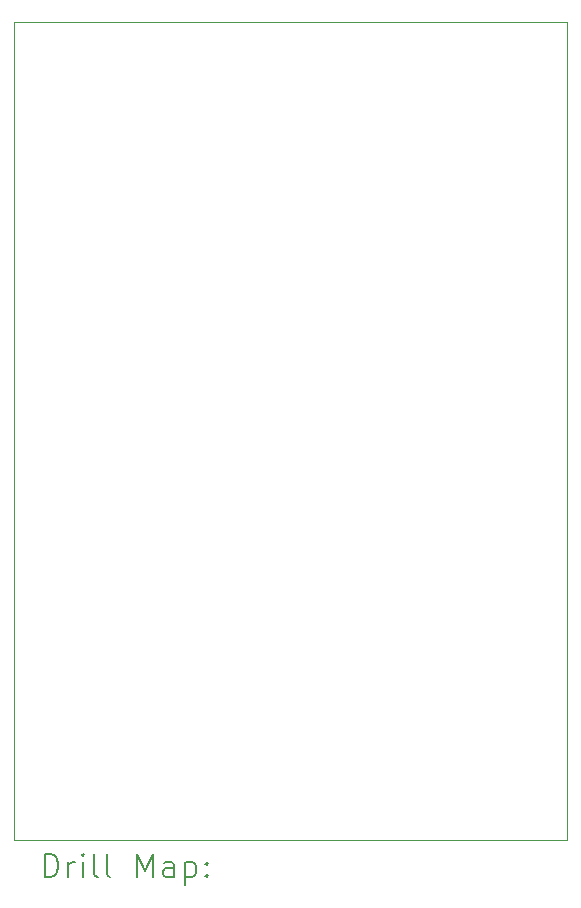
<source format=gbr>
%TF.GenerationSoftware,KiCad,Pcbnew,7.0.10*%
%TF.CreationDate,2024-04-06T15:54:39-07:00*%
%TF.ProjectId,powerAmp,706f7765-7241-46d7-902e-6b696361645f,rev?*%
%TF.SameCoordinates,Original*%
%TF.FileFunction,Drillmap*%
%TF.FilePolarity,Positive*%
%FSLAX45Y45*%
G04 Gerber Fmt 4.5, Leading zero omitted, Abs format (unit mm)*
G04 Created by KiCad (PCBNEW 7.0.10) date 2024-04-06 15:54:39*
%MOMM*%
%LPD*%
G01*
G04 APERTURE LIST*
%ADD10C,0.100000*%
%ADD11C,0.200000*%
G04 APERTURE END LIST*
D10*
X6540500Y-6600500D02*
X11215500Y-6600500D01*
X11215500Y-13525500D01*
X6540500Y-13525500D01*
X6540500Y-6600500D01*
D11*
X6796277Y-13841984D02*
X6796277Y-13641984D01*
X6796277Y-13641984D02*
X6843896Y-13641984D01*
X6843896Y-13641984D02*
X6872467Y-13651508D01*
X6872467Y-13651508D02*
X6891515Y-13670555D01*
X6891515Y-13670555D02*
X6901039Y-13689603D01*
X6901039Y-13689603D02*
X6910562Y-13727698D01*
X6910562Y-13727698D02*
X6910562Y-13756269D01*
X6910562Y-13756269D02*
X6901039Y-13794365D01*
X6901039Y-13794365D02*
X6891515Y-13813412D01*
X6891515Y-13813412D02*
X6872467Y-13832460D01*
X6872467Y-13832460D02*
X6843896Y-13841984D01*
X6843896Y-13841984D02*
X6796277Y-13841984D01*
X6996277Y-13841984D02*
X6996277Y-13708650D01*
X6996277Y-13746746D02*
X7005801Y-13727698D01*
X7005801Y-13727698D02*
X7015324Y-13718174D01*
X7015324Y-13718174D02*
X7034372Y-13708650D01*
X7034372Y-13708650D02*
X7053420Y-13708650D01*
X7120086Y-13841984D02*
X7120086Y-13708650D01*
X7120086Y-13641984D02*
X7110562Y-13651508D01*
X7110562Y-13651508D02*
X7120086Y-13661031D01*
X7120086Y-13661031D02*
X7129610Y-13651508D01*
X7129610Y-13651508D02*
X7120086Y-13641984D01*
X7120086Y-13641984D02*
X7120086Y-13661031D01*
X7243896Y-13841984D02*
X7224848Y-13832460D01*
X7224848Y-13832460D02*
X7215324Y-13813412D01*
X7215324Y-13813412D02*
X7215324Y-13641984D01*
X7348658Y-13841984D02*
X7329610Y-13832460D01*
X7329610Y-13832460D02*
X7320086Y-13813412D01*
X7320086Y-13813412D02*
X7320086Y-13641984D01*
X7577229Y-13841984D02*
X7577229Y-13641984D01*
X7577229Y-13641984D02*
X7643896Y-13784841D01*
X7643896Y-13784841D02*
X7710562Y-13641984D01*
X7710562Y-13641984D02*
X7710562Y-13841984D01*
X7891515Y-13841984D02*
X7891515Y-13737222D01*
X7891515Y-13737222D02*
X7881991Y-13718174D01*
X7881991Y-13718174D02*
X7862943Y-13708650D01*
X7862943Y-13708650D02*
X7824848Y-13708650D01*
X7824848Y-13708650D02*
X7805801Y-13718174D01*
X7891515Y-13832460D02*
X7872467Y-13841984D01*
X7872467Y-13841984D02*
X7824848Y-13841984D01*
X7824848Y-13841984D02*
X7805801Y-13832460D01*
X7805801Y-13832460D02*
X7796277Y-13813412D01*
X7796277Y-13813412D02*
X7796277Y-13794365D01*
X7796277Y-13794365D02*
X7805801Y-13775317D01*
X7805801Y-13775317D02*
X7824848Y-13765793D01*
X7824848Y-13765793D02*
X7872467Y-13765793D01*
X7872467Y-13765793D02*
X7891515Y-13756269D01*
X7986753Y-13708650D02*
X7986753Y-13908650D01*
X7986753Y-13718174D02*
X8005801Y-13708650D01*
X8005801Y-13708650D02*
X8043896Y-13708650D01*
X8043896Y-13708650D02*
X8062943Y-13718174D01*
X8062943Y-13718174D02*
X8072467Y-13727698D01*
X8072467Y-13727698D02*
X8081991Y-13746746D01*
X8081991Y-13746746D02*
X8081991Y-13803888D01*
X8081991Y-13803888D02*
X8072467Y-13822936D01*
X8072467Y-13822936D02*
X8062943Y-13832460D01*
X8062943Y-13832460D02*
X8043896Y-13841984D01*
X8043896Y-13841984D02*
X8005801Y-13841984D01*
X8005801Y-13841984D02*
X7986753Y-13832460D01*
X8167705Y-13822936D02*
X8177229Y-13832460D01*
X8177229Y-13832460D02*
X8167705Y-13841984D01*
X8167705Y-13841984D02*
X8158182Y-13832460D01*
X8158182Y-13832460D02*
X8167705Y-13822936D01*
X8167705Y-13822936D02*
X8167705Y-13841984D01*
X8167705Y-13718174D02*
X8177229Y-13727698D01*
X8177229Y-13727698D02*
X8167705Y-13737222D01*
X8167705Y-13737222D02*
X8158182Y-13727698D01*
X8158182Y-13727698D02*
X8167705Y-13718174D01*
X8167705Y-13718174D02*
X8167705Y-13737222D01*
M02*

</source>
